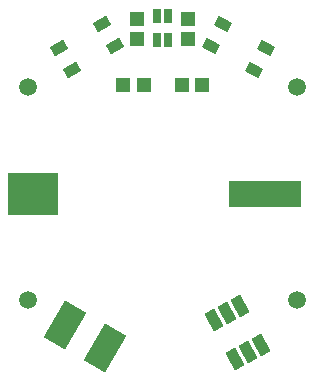
<source format=gbr>
G04 DipTrace 3.2.0.1*
G04 BottomMask.gbr*
%MOIN*%
G04 #@! TF.FileFunction,Soldermask,Bot*
G04 #@! TF.Part,Single*
%AMOUTLINE1*
4,1,4,
0.071423,0.04037,
-0.000016,-0.082041,
-0.071423,-0.04037,
0.000016,0.082041,
0.071423,0.04037,
0*%
%AMOUTLINE4*
4,1,4,
0.032157,-0.02087,
-0.000923,-0.038325,
-0.032157,0.02087,
0.000923,0.038325,
0.032157,-0.02087,
0*%
%AMOUTLINE7*
4,1,4,
-0.031013,0.00265,
0.013396,0.028094,
0.031013,-0.00265,
-0.013396,-0.028094,
-0.031013,0.00265,
0*%
%AMOUTLINE10*
4,1,4,
-0.013961,0.027818,
0.030952,0.003276,
0.013961,-0.027818,
-0.030952,-0.003276,
-0.013961,0.027818,
0*%
%ADD35C,0.059055*%
%ADD51R,0.169291X0.141732*%
%ADD53R,0.244094X0.090551*%
%ADD55R,0.031496X0.047244*%
%ADD57R,0.051181X0.047244*%
%ADD59R,0.047244X0.051181*%
%ADD63OUTLINE1*%
%ADD66OUTLINE4*%
%ADD69OUTLINE7*%
%ADD72OUTLINE10*%
%FSLAX26Y26*%
G04*
G70*
G90*
G75*
G01*
G04 BotMask*
%LPD*%
D63*
X-325088Y-438913D3*
X-192476Y-516304D3*
D66*
X259316Y-374930D3*
X215094Y-398265D3*
X170873Y-421600D3*
X328584Y-506202D3*
X284364Y-529535D3*
X240140Y-552870D3*
D59*
X85827Y515748D3*
Y582677D3*
X-85827Y515748D3*
Y582677D3*
D57*
X-63386Y360236D3*
X-130315D3*
X130315D3*
X63386D3*
D55*
X17717Y509843D3*
Y592520D3*
X-17717Y509843D3*
Y592520D3*
D69*
X-202127Y565525D3*
X-160046Y492080D3*
X-343891Y484298D3*
X-301810Y410853D3*
D72*
X343951Y486155D3*
X303362Y411875D3*
X200575Y564503D3*
X159986Y490223D3*
D53*
X342553Y-1728D3*
D51*
X-432250D3*
D35*
X-448819Y354331D3*
X448819Y-354331D3*
X-448819D3*
X448819Y354331D3*
M02*

</source>
